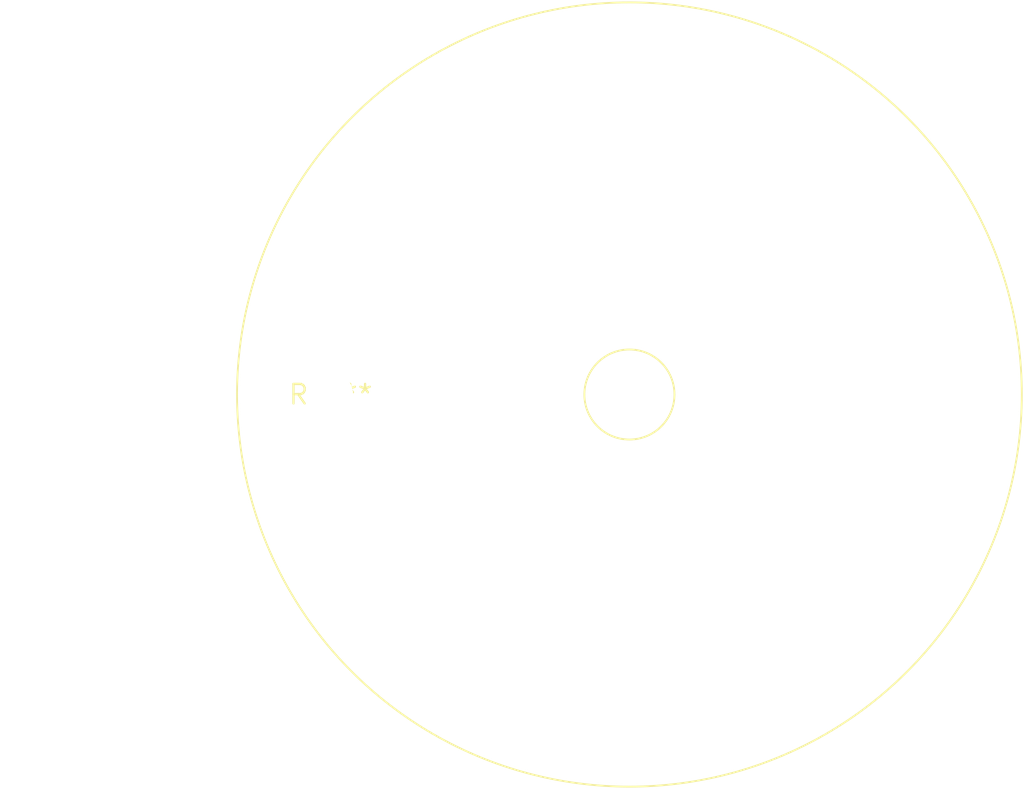
<source format=kicad_pcb>
(kicad_pcb (version 20240108) (generator pcbnew)
  (layers (0 "F.Cu" signal) (31 "B.Cu" signal) (34 "B.Paste" user) (35 "F.Paste" user) (36 "B.SilkS" user "B.Silkscreen") (37 "F.SilkS" user "F.Silkscreen") (38 "B.Mask" user) (39 "F.Mask" user) (44 "Edge.Cuts" user))
  (net 0 "")
  (footprint "L_Radial_D50.8mm_P38.86mm_Vishay_IHB-6" (layer "F.Cu") (at 0 0)
    (property "Reference" "REF**")
    (property "Value" "L_Radial_D50.8mm_P38.86mm_Vishay_IHB-6")
    (fp_circle (center 19.43 0) (end 22.36 0) (layer "F.SilkS") (stroke (width 0.12)) (fill none))
    (fp_circle (center 19.43 0) (end 44.95 0) (layer "F.SilkS") (stroke (width 0.12)) (fill none))
    (pad "1" thru_hole circle (at 0 0) (size 5.8 5.8) (drill 2.9) (layers *.Cu *.Mask) (remove_unused_layers))
    (pad "2" thru_hole circle (at 38.86 0) (size 5.8 5.8) (drill 2.9) (layers *.Cu *.Mask) (remove_unused_layers))
  )
)
</source>
